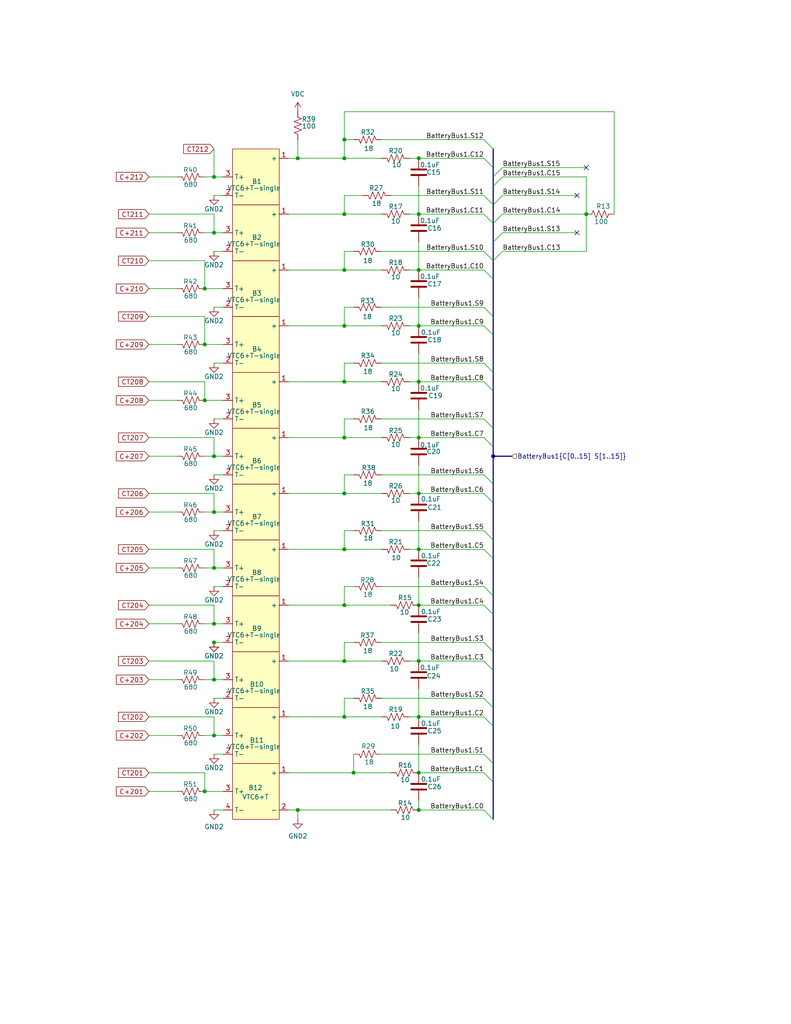
<source format=kicad_sch>
(kicad_sch (version 20231120) (generator "eeschema") (generator_version "8.0")
  (paper "A" portrait)
  (junction (at 93.98 165.1))
  (junction (at 58.42 170.18))
  (junction (at 114.3 210.82))
  (junction (at 58.42 154.94))
  (junction (at 58.42 48.26))
  (junction (at 134.62 124.46))
  (junction (at 58.42 185.42))
  (junction (at 93.98 195.58))
  (junction (at 114.3 220.98))
  (junction (at 93.98 43.18))
  (junction (at 114.3 180.34))
  (junction (at 114.3 43.18))
  (junction (at 160.02 58.42))
  (junction (at 114.3 165.1))
  (junction (at 58.42 63.5))
  (junction (at 96.52 210.82))
  (junction (at 93.98 73.66))
  (junction (at 93.98 104.14))
  (junction (at 58.42 200.66))
  (junction (at 93.98 58.42))
  (junction (at 114.3 149.86))
  (junction (at 93.98 149.86))
  (junction (at 58.42 124.46))
  (junction (at 114.3 195.58))
  (junction (at 93.98 134.62))
  (junction (at 114.3 88.9))
  (junction (at 93.98 88.9))
  (junction (at 58.42 175.26))
  (junction (at 93.98 180.34))
  (junction (at 93.98 38.1))
  (junction (at 81.28 43.18))
  (junction (at 114.3 134.62))
  (junction (at 114.3 58.42))
  (junction (at 114.3 119.38))
  (junction (at 93.98 119.38))
  (junction (at 58.42 139.7))
  (junction (at 55.88 215.9))
  (junction (at 55.88 109.22))
  (junction (at 81.28 220.98))
  (junction (at 114.3 73.66))
  (junction (at 55.88 93.98))
  (junction (at 114.3 104.14))
  (junction (at 55.88 78.74))
  (no_connect (at 157.48 53.34))
  (no_connect (at 157.48 63.5))
  (no_connect (at 160.02 45.72))
  (bus_entry (at 134.62 106.68) (size -2.54 -2.54))
  (bus_entry (at 134.62 71.12) (size -2.54 -2.54))
  (bus_entry (at 134.62 137.16) (size -2.54 -2.54))
  (bus_entry (at 134.62 55.88) (size -2.54 -2.54))
  (bus_entry (at 134.62 48.26) (size 2.54 -2.54))
  (bus_entry (at 134.62 167.64) (size -2.54 -2.54))
  (bus_entry (at 134.62 177.8) (size -2.54 -2.54))
  (bus_entry (at 134.62 147.32) (size -2.54 -2.54))
  (bus_entry (at 134.62 182.88) (size -2.54 -2.54))
  (bus_entry (at 134.62 86.36) (size -2.54 -2.54))
  (bus_entry (at 134.62 116.84) (size -2.54 -2.54))
  (bus_entry (at 134.62 132.08) (size -2.54 -2.54))
  (bus_entry (at 134.62 76.2) (size -2.54 -2.54))
  (bus_entry (at 134.62 193.04) (size -2.54 -2.54))
  (bus_entry (at 134.62 121.92) (size -2.54 -2.54))
  (bus_entry (at 134.62 40.64) (size -2.54 -2.54))
  (bus_entry (at 134.62 60.96) (size -2.54 -2.54))
  (bus_entry (at 134.62 101.6) (size -2.54 -2.54))
  (bus_entry (at 134.62 162.56) (size -2.54 -2.54))
  (bus_entry (at 134.62 55.88) (size 2.54 -2.54))
  (bus_entry (at 134.62 208.28) (size -2.54 -2.54))
  (bus_entry (at 134.62 60.96) (size 2.54 -2.54))
  (bus_entry (at 134.62 50.8) (size 2.54 -2.54))
  (bus_entry (at 134.62 71.12) (size 2.54 -2.54))
  (bus_entry (at 134.62 66.04) (size 2.54 -2.54))
  (bus_entry (at 134.62 152.4) (size -2.54 -2.54))
  (bus_entry (at 134.62 91.44) (size -2.54 -2.54))
  (bus_entry (at 134.62 45.72) (size -2.54 -2.54))
  (bus_entry (at 134.62 223.52) (size -2.54 -2.54))
  (bus_entry (at 134.62 213.36) (size -2.54 -2.54))
  (bus_entry (at 134.62 198.12) (size -2.54 -2.54))
  (wire (pts (xy 114.3 220.98) (xy 132.08 220.98)))
  (wire (pts (xy 40.64 134.62) (xy 58.42 134.62)))
  (wire (pts (xy 78.74 73.66) (xy 93.98 73.66)))
  (wire (pts (xy 40.64 165.1) (xy 58.42 165.1)))
  (wire (pts (xy 55.88 185.42) (xy 58.42 185.42)))
  (wire (pts (xy 55.88 104.14) (xy 40.64 104.14)))
  (wire (pts (xy 114.3 180.34) (xy 132.08 180.34)))
  (wire (pts (xy 40.64 195.58) (xy 58.42 195.58)))
  (wire (pts (xy 40.64 170.18) (xy 48.26 170.18)))
  (wire (pts (xy 114.3 73.66) (xy 132.08 73.66)))
  (bus (pts (xy 134.62 91.44) (xy 134.62 86.36)))
  (wire (pts (xy 93.98 119.38) (xy 78.74 119.38)))
  (wire (pts (xy 58.42 190.5) (xy 60.96 190.5)))
  (wire (pts (xy 58.42 68.58) (xy 60.96 68.58)))
  (wire (pts (xy 55.88 215.9) (xy 60.96 215.9)))
  (wire (pts (xy 104.14 149.86) (xy 93.98 149.86)))
  (wire (pts (xy 111.76 58.42) (xy 114.3 58.42)))
  (wire (pts (xy 106.68 165.1) (xy 93.98 165.1)))
  (wire (pts (xy 55.88 86.36) (xy 55.88 93.98)))
  (wire (pts (xy 111.76 43.18) (xy 114.3 43.18)))
  (wire (pts (xy 104.14 144.78) (xy 132.08 144.78)))
  (wire (pts (xy 55.88 48.26) (xy 58.42 48.26)))
  (wire (pts (xy 160.02 68.58) (xy 137.16 68.58)))
  (wire (pts (xy 58.42 58.42) (xy 58.42 63.5)))
  (wire (pts (xy 114.3 58.42) (xy 132.08 58.42)))
  (wire (pts (xy 104.14 58.42) (xy 93.98 58.42)))
  (wire (pts (xy 96.52 83.82) (xy 93.98 83.82)))
  (wire (pts (xy 137.16 48.26) (xy 160.02 48.26)))
  (wire (pts (xy 111.76 73.66) (xy 114.3 73.66)))
  (wire (pts (xy 81.28 43.18) (xy 78.74 43.18)))
  (wire (pts (xy 40.64 58.42) (xy 58.42 58.42)))
  (wire (pts (xy 96.52 190.5) (xy 93.98 190.5)))
  (wire (pts (xy 58.42 139.7) (xy 60.96 139.7)))
  (wire (pts (xy 111.76 149.86) (xy 114.3 149.86)))
  (wire (pts (xy 40.64 78.74) (xy 48.26 78.74)))
  (wire (pts (xy 40.64 109.22) (xy 48.26 109.22)))
  (bus (pts (xy 134.62 106.68) (xy 134.62 116.84)))
  (wire (pts (xy 132.08 38.1) (xy 104.14 38.1)))
  (wire (pts (xy 111.76 119.38) (xy 114.3 119.38)))
  (wire (pts (xy 167.64 58.42) (xy 167.64 30.48)))
  (wire (pts (xy 96.52 99.06) (xy 93.98 99.06)))
  (wire (pts (xy 58.42 205.74) (xy 60.96 205.74)))
  (bus (pts (xy 134.62 147.32) (xy 134.62 137.16)))
  (wire (pts (xy 93.98 149.86) (xy 93.98 144.78)))
  (wire (pts (xy 111.76 180.34) (xy 114.3 180.34)))
  (wire (pts (xy 81.28 38.1) (xy 81.28 43.18)))
  (bus (pts (xy 134.62 66.04) (xy 134.62 71.12)))
  (wire (pts (xy 55.88 86.36) (xy 40.64 86.36)))
  (bus (pts (xy 134.62 162.56) (xy 134.62 152.4)))
  (wire (pts (xy 104.14 180.34) (xy 93.98 180.34)))
  (wire (pts (xy 93.98 180.34) (xy 93.98 175.26)))
  (wire (pts (xy 114.3 149.86) (xy 132.08 149.86)))
  (wire (pts (xy 96.52 160.02) (xy 93.98 160.02)))
  (wire (pts (xy 160.02 68.58) (xy 160.02 58.42)))
  (wire (pts (xy 114.3 111.76) (xy 114.3 119.38)))
  (wire (pts (xy 111.76 134.62) (xy 114.3 134.62)))
  (wire (pts (xy 58.42 149.86) (xy 58.42 154.94)))
  (wire (pts (xy 114.3 81.28) (xy 114.3 88.9)))
  (wire (pts (xy 114.3 142.24) (xy 114.3 149.86)))
  (bus (pts (xy 134.62 223.52) (xy 134.62 213.36)))
  (wire (pts (xy 78.74 134.62) (xy 93.98 134.62)))
  (wire (pts (xy 114.3 119.38) (xy 132.08 119.38)))
  (wire (pts (xy 58.42 170.18) (xy 60.96 170.18)))
  (wire (pts (xy 157.48 63.5) (xy 137.16 63.5)))
  (wire (pts (xy 40.64 210.82) (xy 55.88 210.82)))
  (wire (pts (xy 111.76 104.14) (xy 114.3 104.14)))
  (bus (pts (xy 134.62 60.96) (xy 134.62 66.04)))
  (wire (pts (xy 55.88 139.7) (xy 58.42 139.7)))
  (wire (pts (xy 40.64 185.42) (xy 48.26 185.42)))
  (wire (pts (xy 55.88 109.22) (xy 60.96 109.22)))
  (wire (pts (xy 58.42 195.58) (xy 58.42 200.66)))
  (wire (pts (xy 96.52 144.78) (xy 93.98 144.78)))
  (bus (pts (xy 134.62 48.26) (xy 134.62 50.8)))
  (wire (pts (xy 93.98 68.58) (xy 96.52 68.58)))
  (bus (pts (xy 134.62 101.6) (xy 134.62 91.44)))
  (wire (pts (xy 55.88 200.66) (xy 58.42 200.66)))
  (wire (pts (xy 111.76 88.9) (xy 114.3 88.9)))
  (wire (pts (xy 93.98 30.48) (xy 93.98 38.1)))
  (wire (pts (xy 55.88 93.98) (xy 60.96 93.98)))
  (wire (pts (xy 96.52 114.3) (xy 93.98 114.3)))
  (wire (pts (xy 55.88 104.14) (xy 55.88 109.22)))
  (wire (pts (xy 114.3 104.14) (xy 132.08 104.14)))
  (wire (pts (xy 58.42 124.46) (xy 60.96 124.46)))
  (wire (pts (xy 40.64 93.98) (xy 48.26 93.98)))
  (wire (pts (xy 93.98 88.9) (xy 78.74 88.9)))
  (wire (pts (xy 40.64 63.5) (xy 48.26 63.5)))
  (wire (pts (xy 40.64 180.34) (xy 58.42 180.34)))
  (bus (pts (xy 134.62 177.8) (xy 134.62 167.64)))
  (wire (pts (xy 55.88 210.82) (xy 55.88 215.9)))
  (bus (pts (xy 134.62 121.92) (xy 134.62 116.84)))
  (wire (pts (xy 58.42 144.78) (xy 60.96 144.78)))
  (wire (pts (xy 58.42 180.34) (xy 58.42 185.42)))
  (wire (pts (xy 58.42 48.26) (xy 60.96 48.26)))
  (wire (pts (xy 58.42 40.64) (xy 58.42 48.26)))
  (wire (pts (xy 93.98 134.62) (xy 104.14 134.62)))
  (wire (pts (xy 93.98 180.34) (xy 78.74 180.34)))
  (wire (pts (xy 40.64 154.94) (xy 48.26 154.94)))
  (bus (pts (xy 139.7 124.46) (xy 134.62 124.46)))
  (wire (pts (xy 58.42 165.1) (xy 58.42 170.18)))
  (wire (pts (xy 40.64 124.46) (xy 48.26 124.46)))
  (wire (pts (xy 114.3 127) (xy 114.3 134.62)))
  (wire (pts (xy 93.98 38.1) (xy 93.98 43.18)))
  (wire (pts (xy 93.98 43.18) (xy 81.28 43.18)))
  (wire (pts (xy 93.98 88.9) (xy 93.98 83.82)))
  (wire (pts (xy 132.08 205.74) (xy 104.14 205.74)))
  (wire (pts (xy 58.42 134.62) (xy 58.42 139.7)))
  (wire (pts (xy 104.14 129.54) (xy 132.08 129.54)))
  (wire (pts (xy 104.14 114.3) (xy 132.08 114.3)))
  (wire (pts (xy 81.28 223.52) (xy 81.28 220.98)))
  (bus (pts (xy 134.62 213.36) (xy 134.62 208.28)))
  (wire (pts (xy 106.68 220.98) (xy 81.28 220.98)))
  (wire (pts (xy 58.42 220.98) (xy 60.96 220.98)))
  (wire (pts (xy 104.14 190.5) (xy 132.08 190.5)))
  (wire (pts (xy 114.3 195.58) (xy 132.08 195.58)))
  (wire (pts (xy 58.42 154.94) (xy 60.96 154.94)))
  (wire (pts (xy 96.52 38.1) (xy 93.98 38.1)))
  (wire (pts (xy 93.98 149.86) (xy 78.74 149.86)))
  (wire (pts (xy 78.74 104.14) (xy 93.98 104.14)))
  (wire (pts (xy 40.64 139.7) (xy 48.26 139.7)))
  (wire (pts (xy 114.3 88.9) (xy 132.08 88.9)))
  (wire (pts (xy 114.3 187.96) (xy 114.3 195.58)))
  (wire (pts (xy 137.16 58.42) (xy 160.02 58.42)))
  (wire (pts (xy 58.42 185.42) (xy 60.96 185.42)))
  (wire (pts (xy 93.98 134.62) (xy 93.98 129.54)))
  (wire (pts (xy 114.3 96.52) (xy 114.3 104.14)))
  (bus (pts (xy 134.62 167.64) (xy 134.62 162.56)))
  (wire (pts (xy 58.42 129.54) (xy 60.96 129.54)))
  (bus (pts (xy 134.62 198.12) (xy 134.62 193.04)))
  (wire (pts (xy 93.98 73.66) (xy 93.98 68.58)))
  (wire (pts (xy 93.98 104.14) (xy 104.14 104.14)))
  (wire (pts (xy 58.42 119.38) (xy 58.42 124.46)))
  (wire (pts (xy 114.3 43.18) (xy 132.08 43.18)))
  (bus (pts (xy 134.62 124.46) (xy 134.62 132.08)))
  (wire (pts (xy 114.3 50.8) (xy 114.3 58.42)))
  (wire (pts (xy 40.64 200.66) (xy 48.26 200.66)))
  (wire (pts (xy 114.3 210.82) (xy 132.08 210.82)))
  (wire (pts (xy 132.08 83.82) (xy 104.14 83.82)))
  (wire (pts (xy 93.98 195.58) (xy 93.98 190.5)))
  (wire (pts (xy 93.98 58.42) (xy 78.74 58.42)))
  (wire (pts (xy 93.98 165.1) (xy 93.98 160.02)))
  (wire (pts (xy 58.42 160.02) (xy 60.96 160.02)))
  (bus (pts (xy 134.62 182.88) (xy 134.62 177.8)))
  (wire (pts (xy 58.42 53.34) (xy 60.96 53.34)))
  (bus (pts (xy 134.62 137.16) (xy 134.62 132.08)))
  (wire (pts (xy 96.52 210.82) (xy 78.74 210.82)))
  (bus (pts (xy 134.62 50.8) (xy 134.62 55.88)))
  (wire (pts (xy 157.48 53.34) (xy 137.16 53.34)))
  (wire (pts (xy 114.3 165.1) (xy 132.08 165.1)))
  (wire (pts (xy 93.98 104.14) (xy 93.98 99.06)))
  (wire (pts (xy 96.52 129.54) (xy 93.98 129.54)))
  (wire (pts (xy 40.64 48.26) (xy 48.26 48.26)))
  (bus (pts (xy 134.62 55.88) (xy 134.62 60.96)))
  (bus (pts (xy 134.62 208.28) (xy 134.62 198.12)))
  (wire (pts (xy 104.14 99.06) (xy 132.08 99.06)))
  (wire (pts (xy 99.06 53.34) (xy 93.98 53.34)))
  (wire (pts (xy 55.88 124.46) (xy 58.42 124.46)))
  (wire (pts (xy 160.02 48.26) (xy 160.02 58.42)))
  (wire (pts (xy 93.98 58.42) (xy 93.98 53.34)))
  (wire (pts (xy 58.42 83.82) (xy 60.96 83.82)))
  (wire (pts (xy 114.3 203.2) (xy 114.3 210.82)))
  (bus (pts (xy 134.62 76.2) (xy 134.62 71.12)))
  (wire (pts (xy 114.3 134.62) (xy 132.08 134.62)))
  (wire (pts (xy 104.14 175.26) (xy 132.08 175.26)))
  (wire (pts (xy 106.68 210.82) (xy 96.52 210.82)))
  (bus (pts (xy 134.62 106.68) (xy 134.62 101.6)))
  (wire (pts (xy 114.3 157.48) (xy 114.3 165.1)))
  (bus (pts (xy 134.62 152.4) (xy 134.62 147.32)))
  (wire (pts (xy 93.98 165.1) (xy 78.74 165.1)))
  (wire (pts (xy 40.64 215.9) (xy 48.26 215.9)))
  (wire (pts (xy 167.64 30.48) (xy 93.98 30.48)))
  (wire (pts (xy 160.02 45.72) (xy 137.16 45.72)))
  (bus (pts (xy 134.62 48.26) (xy 134.62 45.72)))
  (wire (pts (xy 104.14 160.02) (xy 132.08 160.02)))
  (wire (pts (xy 104.14 119.38) (xy 93.98 119.38)))
  (wire (pts (xy 104.14 43.18) (xy 93.98 43.18)))
  (wire (pts (xy 55.88 71.12) (xy 40.64 71.12)))
  (wire (pts (xy 104.14 88.9) (xy 93.98 88.9)))
  (wire (pts (xy 104.14 68.58) (xy 132.08 68.58)))
  (wire (pts (xy 58.42 99.06) (xy 60.96 99.06)))
  (wire (pts (xy 96.52 210.82) (xy 96.52 205.74)))
  (wire (pts (xy 58.42 114.3) (xy 60.96 114.3)))
  (wire (pts (xy 114.3 218.44) (xy 114.3 220.98)))
  (wire (pts (xy 93.98 119.38) (xy 93.98 114.3)))
  (wire (pts (xy 114.3 66.04) (xy 114.3 73.66)))
  (bus (pts (xy 134.62 86.36) (xy 134.62 76.2)))
  (wire (pts (xy 55.88 154.94) (xy 58.42 154.94)))
  (wire (pts (xy 104.14 195.58) (xy 93.98 195.58)))
  (wire (pts (xy 111.76 195.58) (xy 114.3 195.58)))
  (wire (pts (xy 55.88 78.74) (xy 60.96 78.74)))
  (wire (pts (xy 81.28 220.98) (xy 78.74 220.98)))
  (wire (pts (xy 93.98 195.58) (xy 78.74 195.58)))
  (wire (pts (xy 58.42 200.66) (xy 60.96 200.66)))
  (wire (pts (xy 40.64 119.38) (xy 58.42 119.38)))
  (bus (pts (xy 134.62 121.92) (xy 134.62 124.46)))
  (wire (pts (xy 40.64 149.86) (xy 58.42 149.86)))
  (wire (pts (xy 114.3 172.72) (xy 114.3 180.34)))
  (wire (pts (xy 55.88 170.18) (xy 58.42 170.18)))
  (wire (pts (xy 93.98 73.66) (xy 104.14 73.66)))
  (wire (pts (xy 58.42 63.5) (xy 60.96 63.5)))
  (wire (pts (xy 55.88 71.12) (xy 55.88 78.74)))
  (wire (pts (xy 106.68 53.34) (xy 132.08 53.34)))
  (wire (pts (xy 58.42 175.26) (xy 60.96 175.26)))
  (bus (pts (xy 134.62 193.04) (xy 134.62 182.88)))
  (wire (pts (xy 55.88 63.5) (xy 58.42 63.5)))
  (wire (pts (xy 96.52 175.26) (xy 93.98 175.26)))
  (bus (pts (xy 134.62 45.72) (xy 134.62 40.64)))
  (label "BatteryBus1.S11" (at 132.08 53.34 180))
  (label "BatteryBus1.C5" (at 132.08 149.86 180))
  (label "BatteryBus1.C7" (at 132.08 119.38 180))
  (label "BatteryBus1.S5" (at 132.08 144.78 180))
  (label "BatteryBus1.C4" (at 132.08 165.1 180))
  (label "BatteryBus1.S2" (at 132.08 190.5 180))
  (label "BatteryBus1.C10" (at 132.08 73.66 180))
  (label "BatteryBus1.S14" (at 137.16 53.34 0))
  (label "BatteryBus1.C9" (at 132.08 88.9 180))
  (label "BatteryBus1.S10" (at 132.08 68.58 180))
  (label "BatteryBus1.C13" (at 137.16 68.58 0))
  (label "BatteryBus1.C11" (at 132.08 58.42 180))
  (label "BatteryBus1.S13" (at 137.16 63.5 0))
  (label "BatteryBus1.C12" (at 132.08 43.18 180))
  (label "BatteryBus1.S12" (at 132.08 38.1 180))
  (label "BatteryBus1.C6" (at 132.08 134.62 180))
  (label "BatteryBus1.C14" (at 137.16 58.42 0))
  (label "BatteryBus1.C8" (at 132.08 104.14 180))
  (label "BatteryBus1.S15" (at 137.16 45.72 0))
  (label "BatteryBus1.S6" (at 132.08 129.54 180))
  (label "BatteryBus1.S4" (at 132.08 160.02 180))
  (label "BatteryBus1.C0" (at 132.08 220.98 180))
  (label "BatteryBus1.S9" (at 132.08 83.82 180))
  (label "BatteryBus1.C2" (at 132.08 195.58 180))
  (label "BatteryBus1.S1" (at 132.08 205.74 180))
  (label "BatteryBus1.C1" (at 132.08 210.82 180))
  (label "BatteryBus1.S7" (at 132.08 114.3 180))
  (label "BatteryBus1.C3" (at 132.08 180.34 180))
  (label "BatteryBus1.C15" (at 137.16 48.26 0))
  (label "BatteryBus1.S3" (at 132.08 175.26 180))
  (label "BatteryBus1.S8" (at 132.08 99.06 180))
  (global_label "C+203" (shape input) (at 40.64 185.42 180) (property "Intersheetrefs" "${INTERSHEET_REFS}" (effects (hide yes))))
  (global_label "C+202" (shape input) (at 40.64 200.66 180) (property "Intersheetrefs" "${INTERSHEET_REFS}" (effects (hide yes))))
  (global_label "CT211" (shape input) (at 40.64 58.42 180) (property "Intersheetrefs" "${INTERSHEET_REFS}" (effects (hide yes))))
  (global_label "C+207" (shape input) (at 40.64 124.46 180) (property "Intersheetrefs" "${INTERSHEET_REFS}" (effects (hide yes))))
  (global_label "C+206" (shape input) (at 40.64 139.7 180) (property "Intersheetrefs" "${INTERSHEET_REFS}" (effects (hide yes))))
  (global_label "C+208" (shape input) (at 40.64 109.22 180) (property "Intersheetrefs" "${INTERSHEET_REFS}" (effects (hide yes))))
  (global_label "CT202" (shape input) (at 40.64 195.58 180) (property "Intersheetrefs" "${INTERSHEET_REFS}" (effects (hide yes))))
  (global_label "CT204" (shape input) (at 40.64 165.1 180) (property "Intersheetrefs" "${INTERSHEET_REFS}" (effects (hide yes))))
  (global_label "C+201" (shape input) (at 40.64 215.9 180) (property "Intersheetrefs" "${INTERSHEET_REFS}" (effects (hide yes))))
  (global_label "CT203" (shape input) (at 40.64 180.34 180) (property "Intersheetrefs" "${INTERSHEET_REFS}" (effects (hide yes))))
  (global_label "C+210" (shape input) (at 40.64 78.74 180) (property "Intersheetrefs" "${INTERSHEET_REFS}" (effects (hide yes))))
  (global_label "CT212" (shape input) (at 58.42 40.64 180) (property "Intersheetrefs" "${INTERSHEET_REFS}" (effects (hide yes))))
  (global_label "CT208" (shape input) (at 40.64 104.14 180) (property "Intersheetrefs" "${INTERSHEET_REFS}" (effects (hide yes))))
  (global_label "C+211" (shape input) (at 40.64 63.5 180) (property "Intersheetrefs" "${INTERSHEET_REFS}" (effects (hide yes))))
  (global_label "CT209" (shape input) (at 40.64 86.36 180) (property "Intersheetrefs" "${INTERSHEET_REFS}" (effects (hide yes))))
  (global_label "CT206" (shape input) (at 40.64 134.62 180) (property "Intersheetrefs" "${INTERSHEET_REFS}" (effects (hide yes))))
  (global_label "CT201" (shape input) (at 40.64 210.82 180) (property "Intersheetrefs" "${INTERSHEET_REFS}" (effects (hide yes))))
  (global_label "C+204" (shape input) (at 40.64 170.18 180) (property "Intersheetrefs" "${INTERSHEET_REFS}" (effects (hide yes))))
  (global_label "CT210" (shape input) (at 40.64 71.12 180) (property "Intersheetrefs" "${INTERSHEET_REFS}" (effects (hide yes))))
  (global_label "C+212" (shape input) (at 40.64 48.26 180) (property "Intersheetrefs" "${INTERSHEET_REFS}" (effects (hide yes))))
  (global_label "C+205" (shape input) (at 40.64 154.94 180) (property "Intersheetrefs" "${INTERSHEET_REFS}" (effects (hide yes))))
  (global_label "C+209" (shape input) (at 40.64 93.98 180) (property "Intersheetrefs" "${INTERSHEET_REFS}" (effects (hide yes))))
  (global_label "CT207" (shape input) (at 40.64 119.38 180) (property "Intersheetrefs" "${INTERSHEET_REFS}" (effects (hide yes))))
  (global_label "CT205" (shape input) (at 40.64 149.86 180) (property "Intersheetrefs" "${INTERSHEET_REFS}" (effects (hide yes))))
  (hierarchical_label "BatteryBus1{C[0..15] S[1..15]}" (shape input) (at 139.7 124.46 0))
  (symbol (lib_id "power:GND2") (at 58.42 190.5 0) (mirror y) (unit 1)
    (property "Reference" "#PWR0115" (effects (hide yes)))
    (property "Value" "GND2" (at 58.42 194.183 0))
    (property "Description" "Power symbol creates a global label with name \"GND2\" , ground" (effects (hide yes)))
  )
  (symbol (lib_name "VTC6+T-single_8") (lib_id "AERO:VTC6+T-single") (at 68.58 91.44 270) (mirror x) (unit 1)
    (property "Reference" "B4" (at 70.104 95.25 90))
    (property "Value" "VTC6+T-single" (at 69.342 97.028 90))
    (property "Footprint" "AERO_Footprints:VTC-6-single" (effects (hide yes)))
  )
  (symbol (lib_id "Device:R_US") (at 52.07 78.74 270) (mirror x) (unit 1)
    (property "Reference" "R42" (at 51.943 76.835 90))
    (property "Value" "680" (at 52.07 80.772 90))
    (property "Footprint" "Resistor_SMD:R_0603_1608Metric" (effects (hide yes)))
    (property "Datasheet" "https://www.yageo.com/upload/media/product/products/datasheet/rchip/PYu-RC_Group_51_RoHS_L_12.pdf" (effects (hide yes)))
    (property "Description" "Resistor, US symbol" (effects (hide yes)))
    (property "MPN" "RC0603JR-07680RL" (effects (hide yes)))
  )
  (symbol (lib_name "VTC6+T-single_4") (lib_id "AERO:VTC6+T-single") (at 68.58 152.4 270) (mirror x) (unit 1)
    (property "Reference" "B8" (at 70.104 156.21 90))
    (property "Value" "VTC6+T-single" (at 69.342 157.988 90))
    (property "Footprint" "AERO_Footprints:VTC-6-single" (effects (hide yes)))
  )
  (symbol (lib_id "power:GND2") (at 58.42 160.02 0) (mirror y) (unit 1)
    (property "Reference" "#PWR0112" (effects (hide yes)))
    (property "Value" "GND2" (at 58.42 163.703 0))
    (property "Description" "Power symbol creates a global label with name \"GND2\" , ground" (effects (hide yes)))
  )
  (symbol (lib_id "Device:R_US") (at 52.07 63.5 270) (mirror x) (unit 1)
    (property "Reference" "R41" (at 51.943 61.595 90))
    (property "Value" "680" (at 52.07 65.532 90))
    (property "Footprint" "Resistor_SMD:R_0603_1608Metric" (effects (hide yes)))
    (property "Datasheet" "https://www.yageo.com/upload/media/product/products/datasheet/rchip/PYu-RC_Group_51_RoHS_L_12.pdf" (effects (hide yes)))
    (property "Description" "Resistor, US symbol" (effects (hide yes)))
    (property "MPN" "RC0603JR-07680RL" (effects (hide yes)))
  )
  (symbol (lib_id "Device:R_US") (at 100.33 99.06 90) (mirror x) (unit 1)
    (property "Reference" "R34" (at 98.425 97.028 90) (effects (justify right)))
    (property "Value" "18" (at 99.06 101.346 90) (effects (justify right)))
    (property "Footprint" "Resistor_SMD:R_2512_6332Metric" (effects (hide yes)))
    (property "Datasheet" "https://www.seielect.com/catalog/sei-rmcf_rmcp.pdf" (effects (hide yes)))
    (property "Description" "Resistor, US symbol" (effects (hide yes)))
    (property "MPN" "RMCF2512FT18R0" (effects (hide yes)))
  )
  (symbol (lib_id "Device:R_US") (at 100.33 38.1 90) (mirror x) (unit 1)
    (property "Reference" "R32" (at 98.425 36.068 90) (effects (justify right)))
    (property "Value" "18" (at 99.314 40.513 90) (effects (justify right)))
    (property "Footprint" "Resistor_SMD:R_2512_6332Metric" (effects (hide yes)))
    (property "Datasheet" "https://www.seielect.com/catalog/sei-rmcf_rmcp.pdf" (effects (hide yes)))
    (property "Description" "Resistor, US symbol" (effects (hide yes)))
    (property "MPN" "RMCF2512FT18R0" (effects (hide yes)))
  )
  (symbol (lib_id "power:GND2") (at 58.42 114.3 0) (mirror y) (unit 1)
    (property "Reference" "#PWR0109" (effects (hide yes)))
    (property "Value" "GND2" (at 58.42 117.983 0))
    (property "Description" "Power symbol creates a global label with name \"GND2\" , ground" (effects (hide yes)))
  )
  (symbol (lib_id "Device:R_US") (at 107.95 88.9 90) (mirror x) (unit 1)
    (property "Reference" "R23" (at 106.045 86.868 90) (effects (justify right)))
    (property "Value" "10" (at 106.68 90.805 90) (effects (justify right)))
    (property "Footprint" "Resistor_SMD:R_0805_2012Metric" (effects (hide yes)))
    (property "Datasheet" "https://industrial.panasonic.com/cdbs/www-data/pdf/RDO0000/AOA0000C331.pdf" (effects (hide yes)))
    (property "Description" "Resistor, US symbol" (effects (hide yes)))
    (property "MPN" "ERJ-P06J100V" (effects (hide yes)))
  )
  (symbol (lib_id "Device:R_US") (at 102.87 53.34 90) (mirror x) (unit 1)
    (property "Reference" "R27" (at 100.711 51.308 90) (effects (justify right)))
    (property "Value" "18" (at 101.473 55.499 90) (effects (justify right)))
    (property "Footprint" "Resistor_SMD:R_2512_6332Metric" (effects (hide yes)))
    (property "Datasheet" "https://www.seielect.com/catalog/sei-rmcf_rmcp.pdf" (effects (hide yes)))
    (property "Description" "Resistor, US symbol" (effects (hide yes)))
    (property "MPN" "RMCF2512FT18R0" (effects (hide yes)))
  )
  (symbol (lib_id "Device:R_US") (at 52.07 109.22 270) (mirror x) (unit 1)
    (property "Reference" "R44" (at 51.943 107.315 90))
    (property "Value" "680" (at 52.07 111.252 90))
    (property "Footprint" "Resistor_SMD:R_0603_1608Metric" (effects (hide yes)))
    (property "Datasheet" "https://www.yageo.com/upload/media/product/products/datasheet/rchip/PYu-RC_Group_51_RoHS_L_12.pdf" (effects (hide yes)))
    (property "Description" "Resistor, US symbol" (effects (hide yes)))
    (property "MPN" "RC0603JR-07680RL" (effects (hide yes)))
  )
  (symbol (lib_name "VTC6+T-single_5") (lib_id "AERO:VTC6+T-single") (at 68.58 137.16 270) (mirror x) (unit 1)
    (property "Reference" "B7" (at 70.104 140.97 90))
    (property "Value" "VTC6+T-single" (at 69.342 142.748 90))
    (property "Footprint" "AERO_Footprints:VTC-6-single" (effects (hide yes)))
  )
  (symbol (lib_id "Device:R_US") (at 107.95 149.86 90) (mirror x) (unit 1)
    (property "Reference" "R21" (at 106.045 147.828 90) (effects (justify right)))
    (property "Value" "10" (at 106.807 152.146 90) (effects (justify right)))
    (property "Footprint" "Resistor_SMD:R_0805_2012Metric" (effects (hide yes)))
    (property "Datasheet" "https://industrial.panasonic.com/cdbs/www-data/pdf/RDO0000/AOA0000C331.pdf" (effects (hide yes)))
    (property "Description" "Resistor, US symbol" (effects (hide yes)))
    (property "MPN" "ERJ-P06J100V" (effects (hide yes)))
  )
  (symbol (lib_id "Device:R_US") (at 81.28 34.29 0) (unit 1)
    (property "Reference" "R39" (at 86.233 32.512 0) (effects (justify right)))
    (property "Value" "100" (at 86.233 34.417 0) (effects (justify right)))
    (property "Footprint" "Resistor_SMD:R_0603_1608Metric" (effects (hide yes)))
    (property "Datasheet" "https://industrial.panasonic.com/cdbs/www-data/pdf/RDA0000/AOA0000C304.pdf" (effects (hide yes)))
    (property "Description" "Resistor, US symbol" (effects (hide yes)))
    (property "MPN" "ERJ-3EKF1000V" (effects (hide yes)))
  )
  (symbol (lib_id "Device:R_US") (at 52.07 48.26 270) (mirror x) (unit 1)
    (property "Reference" "R40" (at 51.943 46.355 90))
    (property "Value" "680" (at 52.07 50.292 90))
    (property "Footprint" "Resistor_SMD:R_0603_1608Metric" (effects (hide yes)))
    (property "Datasheet" "https://www.yageo.com/upload/media/product/products/datasheet/rchip/PYu-RC_Group_51_RoHS_L_12.pdf" (effects (hide yes)))
    (property "Description" "Resistor, US symbol" (effects (hide yes)))
    (property "MPN" "RC0603JR-07680RL" (effects (hide yes)))
  )
  (symbol (lib_id "Device:R_US") (at 110.49 220.98 90) (mirror x) (unit 1)
    (property "Reference" "R14" (at 108.585 219.075 90) (effects (justify right)))
    (property "Value" "10" (at 109.347 223.012 90) (effects (justify right)))
    (property "Footprint" "Resistor_SMD:R_0805_2012Metric" (effects (hide yes)))
    (property "Datasheet" "https://industrial.panasonic.com/cdbs/www-data/pdf/RDO0000/AOA0000C331.pdf" (effects (hide yes)))
    (property "Description" "Resistor, US symbol" (effects (hide yes)))
    (property "MPN" "ERJ-P06J100V" (effects (hide yes)))
  )
  (symbol (lib_id "Device:C") (at 114.3 92.71 0) (mirror y) (unit 1)
    (property "Reference" "C18" (at 118.618 92.71 0))
    (property "Value" "0.1uF" (at 117.602 90.678 0))
    (property "Footprint" "Capacitor_SMD:C_0603_1608Metric" (effects (hide yes)))
    (property "Datasheet" "https://mm.digikey.com/Volume0/opasdata/d220001/medias/docus/5561/AGC%20Series.pdf" (effects (hide yes)))
    (property "Description" "Unpolarized capacitor" (effects (hide yes)))
    (property "MPN" "AGC0603X7R101-104KXP" (effects (hide yes)))
  )
  (symbol (lib_id "power:GND2") (at 58.42 175.26 0) (mirror y) (unit 1)
    (property "Reference" "#PWR0113" (effects (hide yes)))
    (property "Value" "GND2" (at 58.42 178.943 0))
    (property "Description" "Power symbol creates a global label with name \"GND2\" , ground" (effects (hide yes)))
  )
  (symbol (lib_id "Device:R_US") (at 107.95 73.66 90) (mirror x) (unit 1)
    (property "Reference" "R18" (at 106.045 71.628 90) (effects (justify right)))
    (property "Value" "10" (at 106.68 75.565 90) (effects (justify right)))
    (property "Footprint" "Resistor_SMD:R_0805_2012Metric" (effects (hide yes)))
    (property "Datasheet" "https://industrial.panasonic.com/cdbs/www-data/pdf/RDO0000/AOA0000C331.pdf" (effects (hide yes)))
    (property "Description" "Resistor, US symbol" (effects (hide yes)))
    (property "MPN" "ERJ-P06J100V" (effects (hide yes)))
  )
  (symbol (lib_id "AERO_Symbols:VTC6+T") (at 68.58 213.36 270) (mirror x) (unit 1)
    (property "Reference" "B12" (at 69.723 214.884 90))
    (property "Value" "VTC6+T" (at 69.723 217.424 90))
    (property "Footprint" "AERO_Footprints:VTC-6" (effects (hide yes)))
  )
  (symbol (lib_id "Device:R_US") (at 100.33 129.54 90) (mirror x) (unit 1)
    (property "Reference" "R38" (at 98.679 127.635 90) (effects (justify right)))
    (property "Value" "18" (at 99.06 131.826 90) (effects (justify right)))
    (property "Footprint" "Resistor_SMD:R_2512_6332Metric" (effects (hide yes)))
    (property "Datasheet" "https://www.seielect.com/catalog/sei-rmcf_rmcp.pdf" (effects (hide yes)))
    (property "Description" "Resistor, US symbol" (effects (hide yes)))
    (property "MPN" "RMCF2512FT18R0" (effects (hide yes)))
  )
  (symbol (lib_id "Device:R_US") (at 107.95 43.18 90) (mirror x) (unit 1)
    (property "Reference" "R20" (at 106.045 41.148 90) (effects (justify right)))
    (property "Value" "10" (at 106.934 44.958 90) (effects (justify right)))
    (property "Footprint" "Resistor_SMD:R_0805_2012Metric" (effects (hide yes)))
    (property "Datasheet" "https://industrial.panasonic.com/cdbs/www-data/pdf/RDO0000/AOA0000C331.pdf" (effects (hide yes)))
    (property "Description" "Resistor, US symbol" (effects (hide yes)))
    (property "MPN" "ERJ-P06J100V" (effects (hide yes)))
  )
  (symbol (lib_id "Device:C") (at 114.3 214.63 0) (mirror y) (unit 1)
    (property "Reference" "C26" (at 118.618 214.63 0))
    (property "Value" "0.1uF" (at 117.602 212.598 0))
    (property "Footprint" "Capacitor_SMD:C_0603_1608Metric" (effects (hide yes)))
    (property "Datasheet" "https://mm.digikey.com/Volume0/opasdata/d220001/medias/docus/5561/AGC%20Series.pdf" (effects (hide yes)))
    (property "Description" "Unpolarized capacitor" (effects (hide yes)))
    (property "MPN" "AGC0603X7R101-104KXP" (effects (hide yes)))
  )
  (symbol (lib_id "Device:C") (at 114.3 123.19 0) (mirror y) (unit 1)
    (property "Reference" "C20" (at 118.364 123.19 0))
    (property "Value" "0.1uF" (at 117.348 121.412 0))
    (property "Footprint" "Capacitor_SMD:C_0603_1608Metric" (effects (hide yes)))
    (property "Datasheet" "https://mm.digikey.com/Volume0/opasdata/d220001/medias/docus/5561/AGC%20Series.pdf" (effects (hide yes)))
    (property "Description" "Unpolarized capacitor" (effects (hide yes)))
    (property "MPN" "AGC0603X7R101-104KXP" (effects (hide yes)))
  )
  (symbol (lib_id "Device:C") (at 114.3 168.91 0) (mirror y) (unit 1)
    (property "Reference" "C23" (at 118.618 168.91 0))
    (property "Value" "0.1uF" (at 117.602 166.878 0))
    (property "Footprint" "Capacitor_SMD:C_0603_1608Metric" (effects (hide yes)))
    (property "Datasheet" "https://mm.digikey.com/Volume0/opasdata/d220001/medias/docus/5561/AGC%20Series.pdf" (effects (hide yes)))
    (property "Description" "Unpolarized capacitor" (effects (hide yes)))
    (property "MPN" "AGC0603X7R101-104KXP" (effects (hide yes)))
  )
  (symbol (lib_id "Device:R_US") (at 52.07 139.7 270) (mirror x) (unit 1)
    (property "Reference" "R46" (at 51.943 137.795 90))
    (property "Value" "680" (at 52.07 141.732 90))
    (property "Footprint" "Resistor_SMD:R_0603_1608Metric" (effects (hide yes)))
    (property "Datasheet" "https://www.yageo.com/upload/media/product/products/datasheet/rchip/PYu-RC_Group_51_RoHS_L_12.pdf" (effects (hide yes)))
    (property "Description" "Resistor, US symbol" (effects (hide yes)))
    (property "MPN" "RC0603JR-07680RL" (effects (hide yes)))
  )
  (symbol (lib_id "power:GND2") (at 58.42 53.34 0) (mirror y) (unit 1)
    (property "Reference" "#PWR089" (effects (hide yes)))
    (property "Value" "GND2" (at 58.42 57.023 0))
    (property "Description" "Power symbol creates a global label with name \"GND2\" , ground" (effects (hide yes)))
  )
  (symbol (lib_name "VTC6+T-single_3") (lib_id "AERO:VTC6+T-single") (at 68.58 167.64 270) (mirror x) (unit 1)
    (property "Reference" "B9" (at 70.104 171.45 90))
    (property "Value" "VTC6+T-single" (at 69.342 173.228 90))
    (property "Footprint" "AERO_Footprints:VTC-6-single" (effects (hide yes)))
  )
  (symbol (lib_id "Device:C") (at 114.3 77.47 0) (mirror y) (unit 1)
    (property "Reference" "C17" (at 118.618 77.47 0))
    (property "Value" "0.1uF" (at 117.348 75.438 0))
    (property "Footprint" "Capacitor_SMD:C_0603_1608Metric" (effects (hide yes)))
    (property "Datasheet" "https://mm.digikey.com/Volume0/opasdata/d220001/medias/docus/5561/AGC%20Series.pdf" (effects (hide yes)))
    (property "Description" "Unpolarized capacitor" (effects (hide yes)))
    (property "MPN" "AGC0603X7R101-104KXP" (effects (hide yes)))
  )
  (symbol (lib_name "VTC6+T-single_10") (lib_id "AERO:VTC6+T-single") (at 68.58 60.96 270) (mirror x) (unit 1)
    (property "Reference" "B2" (at 70.104 64.77 90))
    (property "Value" "VTC6+T-single" (at 69.342 66.548 90))
    (property "Footprint" "AERO_Footprints:VTC-6-single" (effects (hide yes)))
  )
  (symbol (lib_id "Device:R_US") (at 100.33 160.02 90) (mirror x) (unit 1)
    (property "Reference" "R28" (at 98.298 158.242 90) (effects (justify right)))
    (property "Value" "18" (at 99.06 162.179 90) (effects (justify right)))
    (property "Footprint" "Resistor_SMD:R_2512_6332Metric" (effects (hide yes)))
    (property "Datasheet" "https://www.seielect.com/catalog/sei-rmcf_rmcp.pdf" (effects (hide yes)))
    (property "Description" "Resistor, US symbol" (effects (hide yes)))
    (property "MPN" "RMCF2512FT18R0" (effects (hide yes)))
  )
  (symbol (lib_id "Device:C") (at 114.3 153.67 0) (mirror y) (unit 1)
    (property "Reference" "C22" (at 118.364 153.67 0))
    (property "Value" "0.1uF" (at 117.602 151.638 0))
    (property "Footprint" "Capacitor_SMD:C_0603_1608Metric" (effects (hide yes)))
    (property "Datasheet" "https://mm.digikey.com/Volume0/opasdata/d220001/medias/docus/5561/AGC%20Series.pdf" (effects (hide yes)))
    (property "Description" "Unpolarized capacitor" (effects (hide yes)))
    (property "MPN" "AGC0603X7R101-104KXP" (effects (hide yes)))
  )
  (symbol (lib_id "Device:R_US") (at 163.83 58.42 90) (unit 1)
    (property "Reference" "R13" (at 162.687 56.261 90) (effects (justify right)))
    (property "Value" "100" (at 162.179 60.452 90) (effects (justify right)))
    (property "Footprint" "Resistor_SMD:R_0805_2012Metric" (effects (hide yes)))
    (property "Datasheet" "https://www.seielect.com/catalog/sei-rmcf_rmcp.pdf" (effects (hide yes)))
    (property "Description" "Resistor, US symbol" (effects (hide yes)))
    (property "MPN" "RMCF0805FT100R" (effects (hide yes)))
  )
  (symbol (lib_id "Device:C") (at 114.3 184.15 0) (mirror y) (unit 1)
    (property "Reference" "C24" (at 118.364 184.404 0))
    (property "Value" "0.1uF" (at 117.348 182.118 0))
    (property "Footprint" "Capacitor_SMD:C_0603_1608Metric" (effects (hide yes)))
    (property "Datasheet" "https://mm.digikey.com/Volume0/opasdata/d220001/medias/docus/5561/AGC%20Series.pdf" (effects (hide yes)))
    (property "Description" "Unpolarized capacitor" (effects (hide yes)))
    (property "MPN" "AGC0603X7R101-104KXP" (effects (hide yes)))
  )
  (symbol (lib_id "AERO:VTC6+T-single") (at 68.58 45.72 270) (mirror x) (unit 1)
    (property "Reference" "B1" (at 70.104 49.53 90))
    (property "Value" "VTC6+T-single" (at 69.342 51.308 90))
    (property "Footprint" "AERO_Footprints:VTC-6-single" (effects (hide yes)))
  )
  (symbol (lib_name "VTC6+T-single_2") (lib_id "AERO:VTC6+T-single") (at 68.58 182.88 270) (mirror x) (unit 1)
    (property "Reference" "B10" (at 70.104 186.69 90))
    (property "Value" "VTC6+T-single" (at 69.342 188.468 90))
    (property "Footprint" "AERO_Footprints:VTC-6-single" (effects (hide yes)))
  )
  (symbol (lib_id "power:GND2") (at 81.28 223.52 0) (mirror y) (unit 1)
    (property "Reference" "#PWR088" (effects (hide yes)))
    (property "Value" "GND2" (at 81.28 228.092 0))
    (property "Description" "Power symbol creates a global label with name \"GND2\" , ground" (effects (hide yes)))
  )
  (symbol (lib_id "Device:C") (at 114.3 199.39 0) (mirror y) (unit 1)
    (property "Reference" "C25" (at 118.618 199.39 0))
    (property "Value" "0.1uF" (at 117.602 197.358 0))
    (property "Footprint" "Capacitor_SMD:C_0603_1608Metric" (effects (hide yes)))
    (property "Datasheet" "https://mm.digikey.com/Volume0/opasdata/d220001/medias/docus/5561/AGC%20Series.pdf" (effects (hide yes)))
    (property "Description" "Unpolarized capacitor" (effects (hide yes)))
    (property "MPN" "AGC0603X7R101-104KXP" (effects (hide yes)))
  )
  (symbol (lib_id "Device:R_US") (at 107.95 104.14 90) (mirror x) (unit 1)
    (property "Reference" "R24" (at 106.045 102.108 90) (effects (justify right)))
    (property "Value" "10" (at 106.68 106.045 90) (effects (justify right)))
    (property "Footprint" "Resistor_SMD:R_0805_2012Metric" (effects (hide yes)))
    (property "Datasheet" "https://industrial.panasonic.com/cdbs/www-data/pdf/RDO0000/AOA0000C331.pdf" (effects (hide yes)))
    (property "Description" "Resistor, US symbol" (effects (hide yes)))
    (property "MPN" "ERJ-P06J100V" (effects (hide yes)))
  )
  (symbol (lib_id "power:GND2") (at 58.42 83.82 0) (mirror y) (unit 1)
    (property "Reference" "#PWR0107" (effects (hide yes)))
    (property "Value" "GND2" (at 58.42 87.503 0))
    (property "Description" "Power symbol creates a global label with name \"GND2\" , ground" (effects (hide yes)))
  )
  (symbol (lib_id "Device:C") (at 114.3 138.43 0) (mirror y) (unit 1)
    (property "Reference" "C21" (at 118.618 138.43 0))
    (property "Value" "0.1uF" (at 117.602 136.144 0))
    (property "Footprint" "Capacitor_SMD:C_0603_1608Metric" (effects (hide yes)))
    (property "Datasheet" "https://mm.digikey.com/Volume0/opasdata/d220001/medias/docus/5561/AGC%20Series.pdf" (effects (hide yes)))
    (property "Description" "Unpolarized capacitor" (effects (hide yes)))
    (property "MPN" "AGC0603X7R101-104KXP" (effects (hide yes)))
  )
  (symbol (lib_id "Device:R_US") (at 100.33 83.82 90) (mirror x) (unit 1)
    (property "Reference" "R33" (at 98.298 82.042 90) (effects (justify right)))
    (property "Value" "18" (at 98.933 86.36 90) (effects (justify right)))
    (property "Footprint" "Resistor_SMD:R_2512_6332Metric" (effects (hide yes)))
    (property "Datasheet" "https://www.seielect.com/catalog/sei-rmcf_rmcp.pdf" (effects (hide yes)))
    (property "Description" "Resistor, US symbol" (effects (hide yes)))
    (property "MPN" "RMCF2512FT18R0" (effects (hide yes)))
  )
  (symbol (lib_id "Device:R_US") (at 110.49 165.1 90) (mirror x) (unit 1)
    (property "Reference" "R15" (at 108.585 163.068 90) (effects (justify right)))
    (property "Value" "10" (at 109.093 167.005 90) (effects (justify right)))
    (property "Footprint" "Resistor_SMD:R_0805_2012Metric" (effects (hide yes)))
    (property "Datasheet" "https://industrial.panasonic.com/cdbs/www-data/pdf/RDO0000/AOA0000C331.pdf" (effects (hide yes)))
    (property "Description" "Resistor, US symbol" (effects (hide yes)))
    (property "MPN" "ERJ-P06J100V" (effects (hide yes)))
  )
  (symbol (lib_id "power:GND2") (at 58.42 99.06 0) (mirror y) (unit 1)
    (property "Reference" "#PWR0108" (effects (hide yes)))
    (property "Value" "GND2" (at 58.42 102.743 0))
    (property "Description" "Power symbol creates a global label with name \"GND2\" , ground" (effects (hide yes)))
  )
  (symbol (lib_id "Device:R_US") (at 52.07 185.42 270) (mirror x) (unit 1)
    (property "Reference" "R49" (at 51.943 183.515 90))
    (property "Value" "680" (at 52.07 187.452 90))
    (property "Footprint" "Resistor_SMD:R_0603_1608Metric" (effects (hide yes)))
    (property "Datasheet" "https://www.yageo.com/upload/media/product/products/datasheet/rchip/PYu-RC_Group_51_RoHS_L_12.pdf" (effects (hide yes)))
    (property "Description" "Resistor, US symbol" (effects (hide yes)))
    (property "MPN" "RC0603JR-07680RL" (effects (hide yes)))
  )
  (symbol (lib_id "Device:R_US") (at 107.95 180.34 90) (mirror x) (unit 1)
    (property "Reference" "R22" (at 106.045 178.308 90) (effects (justify right)))
    (property "Value" "10" (at 106.299 182.499 90) (effects (justify right)))
    (property "Footprint" "Resistor_SMD:R_0805_2012Metric" (effects (hide yes)))
    (property "Datasheet" "https://industrial.panasonic.com/cdbs/www-data/pdf/RDO0000/AOA0000C331.pdf" (effects (hide yes)))
    (property "Description" "Resistor, US symbol" (effects (hide yes)))
    (property "MPN" "ERJ-P06J100V" (effects (hide yes)))
  )
  (symbol (lib_id "Device:R_US") (at 100.33 144.78 90) (mirror x) (unit 1)
    (property "Reference" "R31" (at 98.425 142.875 90) (effects (justify right)))
    (property "Value" "18" (at 99.187 146.812 90) (effects (justify right)))
    (property "Footprint" "Resistor_SMD:R_2512_6332Metric" (effects (hide yes)))
    (property "Datasheet" "https://www.seielect.com/catalog/sei-rmcf_rmcp.pdf" (effects (hide yes)))
    (property "Description" "Resistor, US symbol" (effects (hide yes)))
    (property "MPN" "RMCF2512FT18R0" (effects (hide yes)))
  )
  (symbol (lib_name "VTC6+T-single_9") (lib_id "AERO:VTC6+T-single") (at 68.58 76.2 270) (mirror x) (unit 1)
    (property "Reference" "B3" (at 70.104 80.01 90))
    (property "Value" "VTC6+T-single" (at 69.342 81.788 90))
    (property "Footprint" "AERO_Footprints:VTC-6-single" (effects (hide yes)))
  )
  (symbol (lib_id "Device:R_US") (at 100.33 175.26 90) (mirror x) (unit 1)
    (property "Reference" "R37" (at 98.298 173.355 90) (effects (justify right)))
    (property "Value" "18" (at 99.06 177.546 90) (effects (justify right)))
    (property "Footprint" "Resistor_SMD:R_2512_6332Metric" (effects (hide yes)))
    (property "Datasheet" "https://www.seielect.com/catalog/sei-rmcf_rmcp.pdf" (effects (hide yes)))
    (property "Description" "Resistor, US symbol" (effects (hide yes)))
    (property "MPN" "RMCF2512FT18R0" (effects (hide yes)))
  )
  (symbol (lib_id "power:GND2") (at 58.42 175.26 0) (mirror y) (unit 1)
    (property "Reference" "#PWR0114" (effects (hide yes)))
    (property "Value" "GND2" (at 58.42 178.943 0))
    (property "Description" "Power symbol creates a global label with name \"GND2\" , ground" (effects (hide yes)))
  )
  (symbol (lib_id "Device:R_US") (at 100.33 68.58 90) (mirror x) (unit 1)
    (property "Reference" "R30" (at 98.425 66.675 90) (effects (justify right)))
    (property "Value" "18" (at 99.06 71.12 90) (effects (justify right)))
    (property "Footprint" "Resistor_SMD:R_2512_6332Metric" (effects (hide yes)))
    (property "Datasheet" "https://www.seielect.com/catalog/sei-rmcf_rmcp.pdf" (effects (hide yes)))
    (property "Description" "Resistor, US symbol" (effects (hide yes)))
    (property "MPN" "RMCF2512FT18R0" (effects (hide yes)))
  )
  (symbol (lib_id "Device:R_US") (at 107.95 58.42 90) (mirror x) (unit 1)
    (property "Reference" "R17" (at 106.045 56.388 90) (effects (justify right)))
    (property "Value" "10" (at 106.68 60.325 90) (effects (justify right)))
    (property "Footprint" "Resistor_SMD:R_0805_2012Metric" (effects (hide yes)))
    (property "Datasheet" "https://industrial.panasonic.com/cdbs/www-data/pdf/RDO0000/AOA0000C331.pdf" (effects (hide yes)))
    (property "Description" "Resistor, US symbol" (effects (hide yes)))
    (property "MPN" "ERJ-P06J100V" (effects (hide yes)))
  )
  (symbol (lib_id "power:VDC") (at 81.28 30.48 0) (unit 1)
    (property "Reference" "#PWR087" (effects (hide yes)))
    (property "Value" "VDC" (at 81.28 25.654 0))
    (property "Description" "Power symbol creates a global label with name \"VDC\"" (effects (hide yes)))
  )
  (symbol (lib_name "VTC6+T-single_7") (lib_id "AERO:VTC6+T-single") (at 68.58 106.68 270) (mirror x) (unit 1)
    (property "Reference" "B5" (at 70.104 110.49 90))
    (property "Value" "VTC6+T-single" (at 69.342 112.268 90))
    (property "Footprint" "AERO_Footprints:VTC-6-single" (effects (hide yes)))
  )
  (symbol (lib_id "power:GND2") (at 58.42 220.98 0) (mirror y) (unit 1)
    (property "Reference" "#PWR0117" (effects (hide yes)))
    (property "Value" "GND2" (at 58.42 225.552 0))
    (property "Description" "Power symbol creates a global label with name \"GND2\" , ground" (effects (hide yes)))
  )
  (symbol (lib_id "power:GND2") (at 58.42 129.54 0) (mirror y) (unit 1)
    (property "Reference" "#PWR0110" (effects (hide yes)))
    (property "Value" "GND2" (at 58.42 133.223 0))
    (property "Description" "Power symbol creates a global label with name \"GND2\" , ground" (effects (hide yes)))
  )
  (symbol (lib_id "Device:R_US") (at 110.49 210.82 90) (mirror x) (unit 1)
    (property "Reference" "R16" (at 108.585 208.788 90) (effects (justify right)))
    (property "Value" "10" (at 109.22 212.725 90) (effects (justify right)))
    (property "Footprint" "Resistor_SMD:R_0805_2012Metric" (effects (hide yes)))
    (property "Datasheet" "https://industrial.panasonic.com/cdbs/www-data/pdf/RDO0000/AOA0000C331.pdf" (effects (hide yes)))
    (property "Description" "Resistor, US symbol" (effects (hide yes)))
    (property "MPN" "ERJ-P06J100V" (effects (hide yes)))
  )
  (symbol (lib_name "VTC6+T-single_1") (lib_id "AERO:VTC6+T-single") (at 68.58 198.12 270) (mirror x) (unit 1)
    (property "Reference" "B11" (at 70.104 201.93 90))
    (property "Value" "VTC6+T-single" (at 69.342 203.708 90))
    (property "Footprint" "AERO_Footprints:VTC-6-single" (effects (hide yes)))
  )
  (symbol (lib_id "Device:R_US") (at 100.33 114.3 90) (mirror x) (unit 1)
    (property "Reference" "R36" (at 98.425 112.268 90) (effects (justify right)))
    (property "Value" "18" (at 99.187 116.713 90) (effects (justify right)))
    (property "Footprint" "Resistor_SMD:R_2512_6332Metric" (effects (hide yes)))
    (property "Datasheet" "https://www.seielect.com/catalog/sei-rmcf_rmcp.pdf" (effects (hide yes)))
    (property "Description" "Resistor, US symbol" (effects (hide yes)))
    (property "MPN" "RMCF2512FT18R0" (effects (hide yes)))
  )
  (symbol (lib_id "Device:C") (at 114.3 46.99 0) (mirror y) (unit 1)
    (property "Reference" "C15" (at 118.364 46.99 0))
    (property "Value" "0.1uF" (at 117.348 44.958 0))
    (property "Footprint" "Capacitor_SMD:C_0603_1608Metric" (effects (hide yes)))
    (property "Datasheet" "https://mm.digikey.com/Volume0/opasdata/d220001/medias/docus/5561/AGC%20Series.pdf" (effects (hide yes)))
    (property "Description" "Unpolarized capacitor" (effects (hide yes)))
    (property "MPN" "AGC0603X7R101-104KXP" (effects (hide yes)))
  )
  (symbol (lib_id "Device:R_US") (at 100.33 190.5 90) (mirror x) (unit 1)
    (property "Reference" "R35" (at 98.425 188.595 90) (effects (justify right)))
    (property "Value" "18" (at 99.06 192.786 90) (effects (justify right)))
    (property "Footprint" "Resistor_SMD:R_2512_6332Metric" (effects (hide yes)))
    (property "Datasheet" "https://www.seielect.com/catalog/sei-rmcf_rmcp.pdf" (effects (hide yes)))
    (property "Description" "Resistor, US symbol" (effects (hide yes)))
    (property "MPN" "RMCF2512FT18R0" (effects (hide yes)))
  )
  (symbol (lib_id "Device:R_US") (at 52.07 215.9 270) (mirror x) (unit 1)
    (property "Reference" "R51" (at 51.943 213.995 90))
    (property "Value" "680" (at 52.07 217.932 90))
    (property "Footprint" "Resistor_SMD:R_0603_1608Metric" (effects (hide yes)))
    (property "Datasheet" "https://www.yageo.com/upload/media/product/products/datasheet/rchip/PYu-RC_Group_51_RoHS_L_12.pdf" (effects (hide yes)))
    (property "Description" "Resistor, US symbol" (effects (hide yes)))
    (property "MPN" "RC0603JR-07680RL" (effects (hide yes)))
  )
  (symbol (lib_id "Device:R_US") (at 52.07 200.66 270) (mirror x) (unit 1)
    (property "Reference" "R50" (at 51.943 198.755 90))
    (property "Value" "680" (at 52.07 202.692 90))
    (property "Footprint" "Resistor_SMD:R_0603_1608Metric" (effects (hide yes)))
    (property "Datasheet" "https://www.yageo.com/upload/media/product/products/datasheet/rchip/PYu-RC_Group_51_RoHS_L_12.pdf" (effects (hide yes)))
    (property "Description" "Resistor, US symbol" (effects (hide yes)))
    (property "MPN" "RC0603JR-07680RL" (effects (hide yes)))
  )
  (symbol (lib_id "Device:R_US") (at 107.95 134.62 90) (mirror x) (unit 1)
    (property "Reference" "R26" (at 106.045 132.588 90) (effects (justify right)))
    (property "Value" "10" (at 106.68 136.525 90) (effects (justify right)))
    (property "Footprint" "Resistor_SMD:R_0805_2012Metric" (effects (hide yes)))
    (property "Datasheet" "https://industrial.panasonic.com/cdbs/www-data/pdf/RDO0000/AOA0000C331.pdf" (effects (hide yes)))
    (property "Description" "Resistor, US symbol" (effects (hide yes)))
    (property "MPN" "ERJ-P06J100V" (effects (hide yes)))
  )
  (symbol (lib_id "power:GND2") (at 58.42 205.74 0) (mirror y) (unit 1)
    (property "Reference" "#PWR0116" (effects (hide yes)))
    (property "Value" "GND2" (at 58.42 209.423 0))
    (property "Description" "Power symbol creates a global label with name \"GND2\" , ground" (effects (hide yes)))
  )
  (symbol (lib_id "Device:R_US") (at 107.95 195.58 90) (mirror x) (unit 1)
    (property "Reference" "R19" (at 106.045 193.548 90) (effects (justify right)))
    (property "Value" "10" (at 106.553 198.12 90) (effects (justify right)))
    (property "Footprint" "Resistor_SMD:R_0805_2012Metric" (effects (hide yes)))
    (property "Datasheet" "https://industrial.panasonic.com/cdbs/www-data/pdf/RDO0000/AOA0000C331.pdf" (effects (hide yes)))
    (property "Description" "Resistor, US symbol" (effects (hide yes)))
    (property "MPN" "ERJ-P06J100V" (effects (hide yes)))
  )
  (symbol (lib_id "Device:C") (at 114.3 62.23 0) (mirror y) (unit 1)
    (property "Reference" "C16" (at 118.618 62.23 0))
    (property "Value" "0.1uF" (at 117.348 60.198 0))
    (property "Footprint" "Capacitor_SMD:C_0603_1608Metric" (effects (hide yes)))
    (property "Datasheet" "https://mm.digikey.com/Volume0/opasdata/d220001/medias/docus/5561/AGC%20Series.pdf" (effects (hide yes)))
    (property "Description" "Unpolarized capacitor" (effects (hide yes)))
    (property "MPN" "AGC0603X7R101-104KXP" (effects (hide yes)))
  )
  (symbol (lib_id "Device:R_US") (at 52.07 93.98 270) (mirror x) (unit 1)
    (property "Reference" "R43" (at 51.943 92.075 90))
    (property "Value" "680" (at 52.07 96.012 90))
    (property "Footprint" "Resistor_SMD:R_0603_1608Metric" (effects (hide yes)))
    (property "Datasheet" "https://www.yageo.com/upload/media/product/products/datasheet/rchip/PYu-RC_Group_51_RoHS_L_12.pdf" (effects (hide yes)))
    (property "Description" "Resistor, US symbol" (effects (hide yes)))
    (property "MPN" "RC0603JR-07680RL" (effects (hide yes)))
  )
  (symbol (lib_id "Device:R_US") (at 100.33 205.74 90) (mirror x) (unit 1)
    (property "Reference" "R29" (at 98.552 203.581 90) (effects (justify right)))
    (property "Value" "18" (at 99.441 207.899 90) (effects (justify right)))
    (property "Footprint" "Resistor_SMD:R_2512_6332Metric" (effects (hide yes)))
    (property "Datasheet" "https://www.seielect.com/catalog/sei-rmcf_rmcp.pdf" (effects (hide yes)))
    (property "Description" "Resistor, US symbol" (effects (hide yes)))
    (property "MPN" "RMCF2512FT18R0" (effects (hide yes)))
  )
  (symbol (lib_id "Device:R_US") (at 52.07 170.18 270) (mirror x) (unit 1)
    (property "Reference" "R48" (at 51.943 168.275 90))
    (property "Value" "680" (at 52.07 172.212 90))
    (property "Footprint" "Resistor_SMD:R_0603_1608Metric" (effects (hide yes)))
    (property "Datasheet" "https://www.yageo.com/upload/media/product/products/datasheet/rchip/PYu-RC_Group_51_RoHS_L_12.pdf" (effects (hide yes)))
    (property "Description" "Resistor, US symbol" (effects (hide yes)))
    (property "MPN" "RC0603JR-07680RL" (effects (hide yes)))
  )
  (symbol (lib_id "Device:R_US") (at 52.07 154.94 270) (mirror x) (unit 1)
    (property "Reference" "R47" (at 51.943 153.035 90))
    (property "Value" "680" (at 52.07 156.972 90))
    (property "Footprint" "Resistor_SMD:R_0603_1608Metric" (effects (hide yes)))
    (property "Datasheet" "https://www.yageo.com/upload/media/product/products/datasheet/rchip/PYu-RC_Group_51_RoHS_L_12.pdf" (effects (hide yes)))
    (property "Description" "Resistor, US symbol" (effects (hide yes)))
    (property "MPN" "RC0603JR-07680RL" (effects (hide yes)))
  )
  (symbol (lib_name "VTC6+T-single_6") (lib_id "AERO:VTC6+T-single") (at 68.58 121.92 270) (mirror x) (unit 1)
    (property "Reference" "B6" (at 70.104 125.73 90))
    (property "Value" "VTC6+T-single" (at 69.342 127.508 90))
    (property "Footprint" "AERO_Footprints:VTC-6-single" (effects (hide yes)))
  )
  (symbol (lib_id "Device:R_US") (at 52.07 124.46 270) (mirror x) (unit 1)
    (property "Reference" "R45" (at 51.943 122.555 90))
    (property "Value" "680" (at 52.07 126.492 90))
    (property "Footprint" "Resistor_SMD:R_0603_1608Metric" (effects (hide yes)))
    (property "Datasheet" "https://www.yageo.com/upload/media/product/products/datasheet/rchip/PYu-RC_Group_51_RoHS_L_12.pdf" (effects (hide yes)))
    (property "Description" "Resistor, US symbol" (effects (hide yes)))
    (property "MPN" "RC0603JR-07680RL" (effects (hide yes)))
  )
  (symbol (lib_id "Device:C") (at 114.3 107.95 0) (mirror y) (unit 1)
    (property "Reference" "C19" (at 118.872 107.95 0))
    (property "Value" "0.1uF" (at 117.348 105.918 0))
    (property "Footprint" "Capacitor_SMD:C_0603_1608Metric" (effects (hide yes)))
    (property "Datasheet" "https://mm.digikey.com/Volume0/opasdata/d220001/medias/docus/5561/AGC%20Series.pdf" (effects (hide yes)))
    (property "Description" "Unpolarized capacitor" (effects (hide yes)))
    (property "MPN" "AGC0603X7R101-104KXP" (effects (hide yes)))
  )
  (symbol (lib_id "power:GND2") (at 58.42 144.78 0) (mirror y) (unit 1)
    (property "Reference" "#PWR0111" (effects (hide yes)))
    (property "Value" "GND2" (at 58.42 148.463 0))
    (property "Description" "Power symbol creates a global label with name \"GND2\" , ground" (effects (hide yes)))
  )
  (symbol (lib_id "Device:R_US") (at 107.95 119.38 90) (mirror x) (unit 1)
    (property "Reference" "R25" (at 106.045 117.475 90) (effects (justify right)))
    (property "Value" "10" (at 106.68 121.285 90) (effects (justify right)))
    (property "Footprint" "Resistor_SMD:R_0805_2012Metric" (effects (hide yes)))
    (property "Datasheet" "https://industrial.panasonic.com/cdbs/www-data/pdf/RDO0000/AOA0000C331.pdf" (effects (hide yes)))
    (property "Description" "Resistor, US symbol" (effects (hide yes)))
    (property "MPN" "ERJ-P06J100V" (effects (hide yes)))
  )
  (symbol (lib_id "power:GND2") (at 58.42 68.58 0) (mirror y) (unit 1)
    (property "Reference" "#PWR0101" (effects (hide yes)))
    (property "Value" "GND2" (at 58.42 72.263 0))
    (property "Description" "Power symbol creates a global label with name \"GND2\" , ground" (effects (hide yes)))
  )
)
</source>
